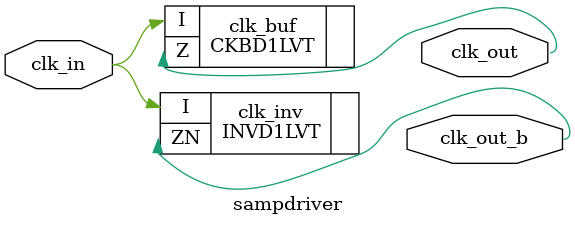
<source format=v>

module sampdriver (
    input  wire clk_in,           // Input clock signal
    output wire clk_out,          // Buffered output clock
    output wire clk_out_b         // Inverted output clock
);

    // Clock buffer for main signal path
    CKBD1LVT clk_buf (
        .I(clk_in),               // Input clock
        .Z(clk_out)               // Buffered clock output
    );
    
    // Clock inverter for complementary signal path
    INVD1LVT clk_inv (
        .I(clk_in),               // Input clock
        .ZN(clk_out_b)            // Inverted clock output
    );

endmodule
</source>
